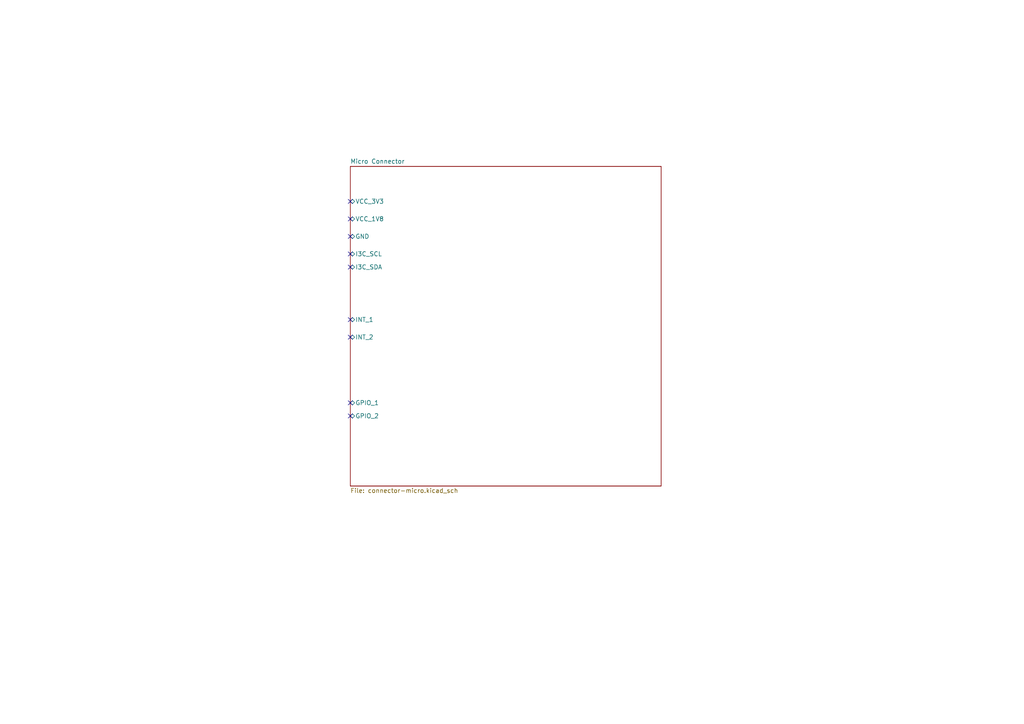
<source format=kicad_sch>
(kicad_sch (version 20230121) (generator eeschema)

  (uuid 838ade71-5d10-4ef2-9f0b-3660f5f3b1e9)

  (paper "A4")

  (lib_symbols
  )


  (no_connect (at 101.6 116.84) (uuid 00825656-ad45-4341-ae0e-7a051751e47a))
  (no_connect (at 101.6 63.5) (uuid 31658409-c2b1-48ad-aa66-f5f60f6154df))
  (no_connect (at 101.6 73.66) (uuid 468aad18-0528-4367-a3cd-b97e3602a988))
  (no_connect (at 101.6 68.58) (uuid 597874f4-2d09-48f3-95c4-81a606d245ba))
  (no_connect (at 101.6 58.42) (uuid a3b6abae-27a1-4e80-8a36-67c5f8ff409a))
  (no_connect (at 101.6 120.65) (uuid b1e32e4c-dd94-419f-abca-179868bdb589))
  (no_connect (at 101.6 77.47) (uuid b622f6ff-6d24-4db8-9770-672c7cbc4752))
  (no_connect (at 101.6 97.79) (uuid d667daac-2e91-478c-a2bf-7dea36d2f5f7))
  (no_connect (at 101.6 92.71) (uuid e29ff88d-3759-433b-aeed-30566c6abc2f))

  (sheet (at 101.6 48.26) (size 90.17 92.71) (fields_autoplaced)
    (stroke (width 0.1524) (type solid))
    (fill (color 0 0 0 0.0000))
    (uuid e7f01c9e-4c37-4f13-af65-cc8f6eb54ad8)
    (property "Sheetname" "Micro Connector" (at 101.6 47.5484 0)
      (effects (font (size 1.27 1.27)) (justify left bottom))
    )
    (property "Sheetfile" "connector-micro.kicad_sch" (at 101.6 141.5546 0)
      (effects (font (size 1.27 1.27)) (justify left top))
    )
    (pin "GPIO_1" bidirectional (at 101.6 116.84 180)
      (effects (font (size 1.27 1.27)) (justify left))
      (uuid 4056eadd-9bd2-4338-a698-55d6b7e21dcf)
    )
    (pin "VCC_3V3" bidirectional (at 101.6 58.42 180)
      (effects (font (size 1.27 1.27)) (justify left))
      (uuid d9a85f87-f019-475f-81ff-7d9543ed40a2)
    )
    (pin "INT_1" bidirectional (at 101.6 92.71 180)
      (effects (font (size 1.27 1.27)) (justify left))
      (uuid fb2b40e0-debd-4c74-9163-25377449b272)
    )
    (pin "VCC_1V8" bidirectional (at 101.6 63.5 180)
      (effects (font (size 1.27 1.27)) (justify left))
      (uuid fe1d6f7e-9643-4757-a697-84aa3486c8f1)
    )
    (pin "GND" bidirectional (at 101.6 68.58 180)
      (effects (font (size 1.27 1.27)) (justify left))
      (uuid df7ba235-8168-47d2-938d-a66a789ac2f1)
    )
    (pin "I3C_SCL" bidirectional (at 101.6 73.66 180)
      (effects (font (size 1.27 1.27)) (justify left))
      (uuid cbf8abfc-22e1-4f9b-a414-b4eb8e0d6ce1)
    )
    (pin "I3C_SDA" bidirectional (at 101.6 77.47 180)
      (effects (font (size 1.27 1.27)) (justify left))
      (uuid 935cfa65-7a0b-4936-bcb5-04c1512a7da4)
    )
    (pin "INT_2" bidirectional (at 101.6 97.79 180)
      (effects (font (size 1.27 1.27)) (justify left))
      (uuid 67fd2d1f-355c-448f-ac86-feaa69a3815d)
    )
    (pin "GPIO_2" bidirectional (at 101.6 120.65 180)
      (effects (font (size 1.27 1.27)) (justify left))
      (uuid 8b6ef2c9-2ccb-4075-8b9a-9e4d5d377648)
    )
    (instances
      (project "pcb-connector-micro"
        (path "/838ade71-5d10-4ef2-9f0b-3660f5f3b1e9" (page "2"))
      )
    )
  )

  (sheet_instances
    (path "/" (page "1"))
  )
)

</source>
